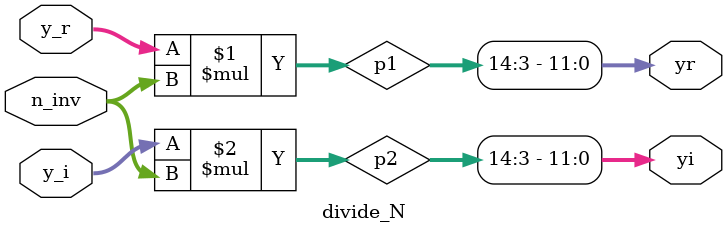
<source format=v>
`timescale 1 ns/1 ns
module ifft(clk,sel,yr,yi);
input clk;
input [2:0] sel;
output reg [11:0] yr,yi;
wire [11:0] y0r,y1r,y2r,y3r,y4r,y5r,y6r,y7r,y0i,y1i,y2i,y3i,y4i,y5i,y6i,y7i;
wire [11:0] in20r,in20i,in21r,in21i,in22r,in22i,in23r,in23i,in24r,in24i,in25r,in25i,in26r,in26i,in27r,in27i;
wire [11:0] in10r,in10i,in11r,in11i,in12r,in12i,in13r,in13i,in14r,in14i,in15r,in15i,in16r,in16i,in17r,in17i;
wire [11:0] in0_r,in1_r,in2_r,in3_r,in4_r,in5_r,in6_r,in7_r,in0_i,in1_i,in2_i,in3_i,in4_i,in5_i,in6_i,in7_i;
wire [11:0] y0_r,y1_r,y2_r,y3_r,y4_r,y5_r,y6_r,y7_r,y0_i,y1_i,y2_i,y3_i,y4_i,y5_i,y6_i,y7_i;
parameter w0r=9'b1;
parameter w0i=9'b0;
parameter w1r=9'b010110101;                                        
parameter w1i=9'b010110101;                                        
parameter w2r=9'b0;
parameter w2i=9'b000000001;                                       
parameter w3r=9'b101001011;                                   
parameter w3i=9'b010110101; 
parameter N_inv=4'b0001;                                       
//INPUT(Real part)
assign in0_r=12'b000001000000;                                                   
assign in1_r=12'b000000110000;                                                   
assign in2_r=12'b000001100000;                                                   
assign in3_r=12'b000010000000;                                                   
assign in4_r=12'b000000010000;                                                   
assign in5_r=12'b000000100000;                                                   
assign in6_r=12'b000001010000;                                                   
assign in7_r=12'b000000110000;                                                   
//INPUT(Imaginary part)
assign in0_i=12'b0;                                                   
assign in1_i=12'b0;                                                   
assign in2_i=12'b0;                                                   
assign in3_i=12'b0;                                                   
assign in4_i=12'b0;                                                   
assign in5_i=12'b0;                                                   
assign in6_i=12'b0;                                                   
assign in7_i=12'b0; 
//STAGE 1
bfly_1 s11(in0_r,in0_i,in4_r,in4_i,w0r,w0i,in10r,in10i,in11r,in11i);              
bfly_1 s12(in2_r,in2_i,in6_r,in6_i,w0r,w0i,in12r,in12i,in13r,in13i);              
bfly_1 s13(in1_r,in1_i,in5_r,in5_i,w0r,w0i,in14r,in14i,in15r,in15i);              
bfly_1 s14(in3_r,in3_i,in7_r,in7_i,w0r,w0i,in16r,in16i,in17r,in17i);              
//STAGE 2
bfly_1 s21(in10r,in10i,in12r,in12i,w0r,w0i,in20r,in20i,in22r,in22i);
bfly_1 s22(in11r,in11i,in13r,in13i,w2r,w2i,in21r,in21i,in23r,in23i);
bfly_1 s23(in14r,in14i,in16r,in16i,w0r,w0i,in24r,in24i,in26r,in26i);
bfly_1 s24(in15r,in15i,in17r,in17i,w2r,w2i,in25r,in25i,in27r,in27i);

//STAGE 3
bfly_1 s31(in20r,in20i,in24r,in24i,w0r,w0i,y0r,y0i,y4r,y4i);
bfly_2 s32(in21r,in21i,in25r,in25i,w1r,w1i,y1r,y1i,y5r,y5i);
bfly_1 s33(in22r,in22i,in26r,in26i,w2r,w2i,y2r,y2i,y6r,y6i);
bfly_2 s34(in23r,in23i,in27r,in27i,w3r,w3i,y3r,y3i,y7r,y7i);
//Divide by N
divide_N d0(y0r,y0i,N_inv,y0_r,y0_i);
divide_N d1(y1r,y1i,N_inv,y1_r,y1_i);
divide_N d2(y2r,y2i,N_inv,y2_r,y2_i);
divide_N d3(y3r,y3i,N_inv,y3_r,y3_i);
divide_N d4(y4r,y4i,N_inv,y4_r,y4_i);
divide_N d5(y5r,y5i,N_inv,y5_r,y5_i);
divide_N d6(y6r,y6i,N_inv,y6_r,y6_i);
divide_N d7(y7r,y7i,N_inv,y7_r,y7_i);

always@(posedge clk)
case(sel)
0:begin yr=y0_r; yi=y0_i; end
1:begin yr=y1_r; yi=y1_i; end
2:begin yr=y2_r; yi=y2_i; end
3:begin yr=y3_r; yi=y3_i; end
4:begin yr=y4_r; yi=y4_i; end
5:begin yr=y5_r; yi=y5_i; end
6:begin yr=y6_r; yi=y6_i; end
7:begin yr=y7_r; yi=y7_i; end
endcase
endmodule
module bfly_2(inr,ini,yr,yi,wr,wi,in0r,in0i,in1r,in1i);
input signed [11:0]inr,ini,yr,yi;
input signed [8:0]wr,wi;
output [11:0]in0r,in0i,in1r,in1i;
wire [20:0]p1,p2,p3,p4;
assign p1=wr*yr;
assign p2=wi*yi;
assign p3=wr*yi;
assign p4=wi*yr;
assign in0r=inr+p1[19:8]-p2[19:8];
assign in0i=ini+p3[19:8]+p4[19:8];
assign in1r=inr-p1[19:8]+p2[19:8];
assign in1i=ini-p3[19:8]-p4[19:8];
endmodule
module bfly_1(inr,ini,yr,yi,wr,wi,in0r,in0i,in1r,in1i);
input signed [11:0]inr,ini,yr,yi;
input signed [8:0]wr,wi;
output [11:0]in0r,in0i,in1r,in1i;
wire [20:0]p1,p2,p3,p4;
assign p1=wr*yr;
assign p2=wi*yi;
assign p3=wr*yi;
assign p4=wi*yr;
assign in0r=inr+p1[11:0]-p2[11:0];
assign in0i=ini+p3[11:0]+p4[11:0];
assign in1r=inr-p1[11:0]+p2[11:0];
assign in1i=ini-p3[11:0]-p4[11:0];
endmodule
module divide_N (y_r,y_i,n_inv,yr,yi);
input signed [3:0] n_inv;
input signed [11:0] y_r,y_i;
wire [15:0] p1,p2;
output [11:0]yr,yi;
assign p1=y_r*n_inv;
assign yr=p1[14:3];
assign p2=y_i*n_inv;
assign yi=p2[14:3];
    
endmodule
</source>
